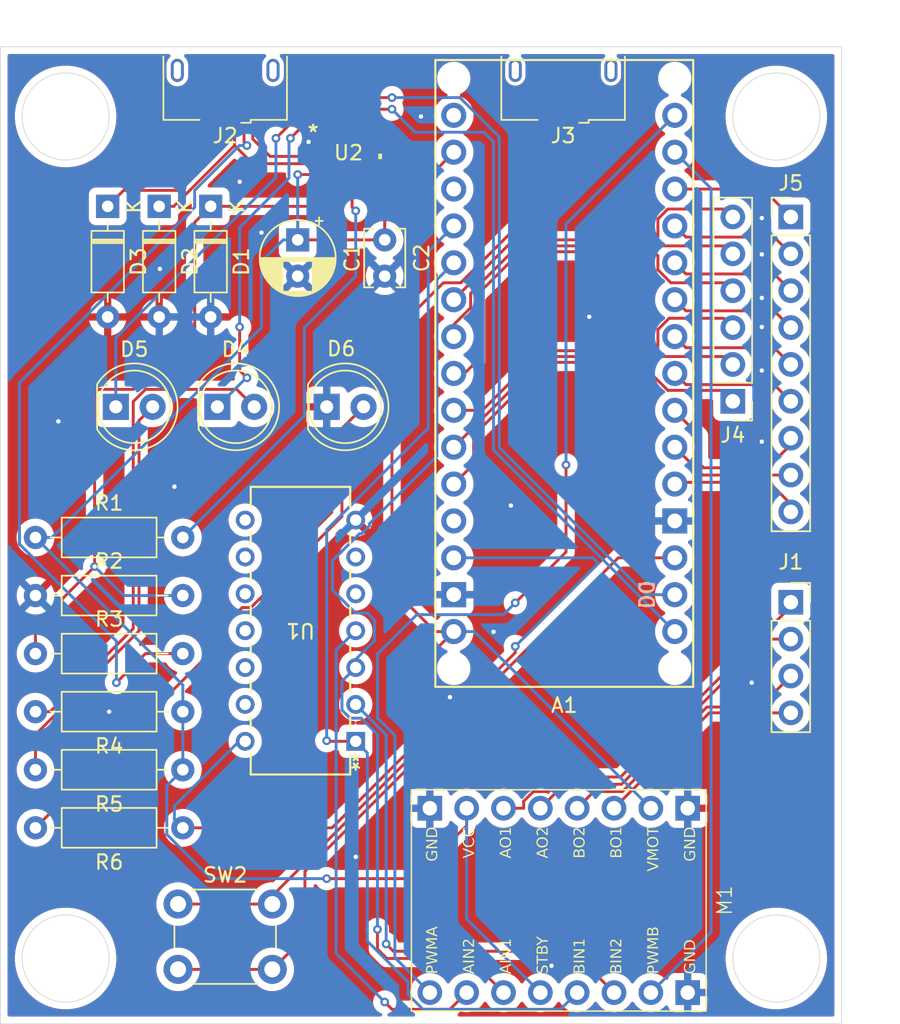
<source format=kicad_pcb>
(kicad_pcb (version 20241229) (generator "pcbnew") (generator_version "9.0")
  (layers (0 "F.Cu" signal) (2 "B.Cu" signal) (13 "F.Paste" user) (15 "B.Paste" user) (5 "F.SilkS" user "F.Silkscreen") (7 "B.SilkS" user "B.Silkscreen") (1 "F.Mask" user) (3 "B.Mask" user) (25 "Edge.Cuts" user))
  (net 0 "")
  (net 1 "Net-(J5-Pin_8)")
  (net 2 "+3.3V")
  (net 3 "Net-(J5-Pin_4)")
  (net 4 "Net-(J5-Pin_7)")
  (net 5 "Net-(J5-Pin_1)")
  (net 6 "Net-(J4-Pin_5)")
  (net 7 "Net-(J5-Pin_3)")
  (net 8 "Net-(J4-Pin_6)")
  (net 9 "Net-(J4-Pin_2)")
  (net 10 "Net-(J5-Pin_6)")
  (net 11 "RX")
  (net 12 "GND")
  (net 13 "Net-(A1-RESET-PadRST1)")
  (net 14 "Net-(A1-A5{slash}SCL)")
  (net 17 "Net-(J5-Pin_2)")
  (net 18 "TX")
  (net 19 "PWMA")
  (net 20 "Net-(A1-A4{slash}SDA)")
  (net 21 "DirA")
  (net 22 "Net-(J4-Pin_1)")
  (net 24 "PWMB")
  (net 25 "Net-(J5-Pin_9)")
  (net 26 "DirB")
  (net 27 "Net-(J5-Pin_5)")
  (net 28 "+5V")
  (net 29 "Net-(D1-K)")
  (net 30 "USB_D-")
  (net 31 "USB_D+")
  (net 32 "Net-(D4-K)")
  (net 33 "Net-(D4-A)")
  (net 34 "Net-(D5-K)")
  (net 35 "Net-(D5-A)")
  (net 36 "Net-(D6-A)")
  (net 37 "Net-(J1-Pin_1)")
  (net 38 "Net-(J1-Pin_2)")
  (net 39 "Net-(J1-Pin_4)")
  (net 40 "Net-(J1-Pin_3)")
  (net 41 "USB_VBUS")
  (net 43 "!DirA")
  (net 44 "!DirB")
  (net 45 "Net-(U2-RSTB)")
  (net 62 "Net-(A1-RESET-PadRST2)")
  (footprint "Connector_PinHeader_2.54mm:PinHeader_1x06_P2.54mm_Vertical" (layer "F.Cu") (at 235 73.62 180)
    (property "Reference" "J4")
    (property "Value" "Conn_01x06_Pin")
  )
  (footprint "Button_Switch_THT:SW_PUSH_6mm_H4.3mm" (layer "F.Cu") (at 196.75 108.25)
    (property "Reference" "SW2")
    (property "Value" "SW_Push_Open_Dual")
  )
  (footprint "MC14069UBCP:PDIP-14_ONS" (layer "F.Cu") (at 209 97.04 180)
    (property "Reference" "U1")
    (property "Value" "MC14069UBCPG")
  )
  (footprint "Connector_PinHeader_2.54mm:PinHeader_1x09_P2.54mm_Vertical" (layer "F.Cu") (at 239 60.92)
    (property "Reference" "J5")
    (property "Value" "Conn_01x09_Pin")
  )
  (footprint "Resistor_THT:R_Axial_DIN0207_L6.3mm_D2.5mm_P10.16mm_Horizontal" (layer "F.Cu") (at 186.92 83)
    (property "Reference" "R1")
    (property "Value" "1k")
  )
  (footprint "Resistor_THT:R_Axial_DIN0207_L6.3mm_D2.5mm_P10.16mm_Horizontal" (layer "F.Cu") (at 186.92 87)
    (property "Reference" "R2")
    (property "Value" "47k5")
  )
  (footprint "Capacitor_THT:C_Disc_D3.8mm_W2.6mm_P2.50mm" (layer "F.Cu") (at 211 62.5 -90)
    (property "Reference" "C2")
    (property "Value" "0.1uF")
  )
  (footprint "Diode_THT:D_DO-35_SOD27_P7.62mm_Horizontal" (layer "F.Cu") (at 191.9 60.19 -90)
    (property "Reference" "D3")
    (property "Value" "5V1 Zener")
  )
  (footprint "Pololu_MD08A_Motor_Driver:Pololu_MD08A_Motor_Driver" (layer "F.Cu") (at 223 108 90)
    (property "Reference" "M1")
    (property "Value" "~")
  )
  (footprint "Diode_THT:D_DO-35_SOD27_P7.62mm_Horizontal" (layer "F.Cu") (at 199 60.19 -90)
    (property "Reference" "D1")
    (property "Value" "5V1 Zener")
  )
  (footprint "Resistor_THT:R_Axial_DIN0207_L6.3mm_D2.5mm_P10.16mm_Horizontal" (layer "F.Cu") (at 197.08 95 180)
    (property "Reference" "R4")
    (property "Value" "220")
  )
  (footprint "Connector_USB:USB_Micro-B_Amphenol_10118193-0001LF_Horizontal" (layer "F.Cu") (at 200 50.825 180)
    (property "Reference" "J2")
    (property "Value" "10118193-0001LF")
  )
  (footprint "Diode_THT:D_DO-35_SOD27_P7.62mm_Horizontal" (layer "F.Cu") (at 195.45 60.19 -90)
    (property "Reference" "D2")
    (property "Value" "5V1 Zener")
  )
  (footprint "LED_THT:LED_D5.0mm" (layer "F.Cu") (at 192.46 74)
    (property "Reference" "D5")
    (property "Value" "LED")
  )
  (footprint "Connector_USB:USB_Micro-B_Amphenol_10118193-0001LF_Horizontal" (layer "F.Cu") (at 223.299998 50.825 180)
    (property "Reference" "J3")
    (property "Value" "10118193-0001LF")
  )
  (footprint "Capacitor_THT:CP_Radial_D5.0mm_P2.50mm" (layer "F.Cu") (at 205 62.5 -90)
    (property "Reference" "C1")
    (property "Value" "4.7uF")
  )
  (footprint "LED_THT:LED_D5.0mm" (layer "F.Cu") (at 199.46 74)
    (property "Reference" "D4")
    (property "Value" "LED")
  )
  (footprint "Resistor_THT:R_Axial_DIN0207_L6.3mm_D2.5mm_P10.16mm_Horizontal" (layer "F.Cu") (at 197.08 99 180)
    (property "Reference" "R5")
    (property "Value" "220")
  )
  (footprint "arduino-library:Arduino_Nano_Every_Socket" (layer "F.Cu") (at 223.38 50.11 180)
    (property "Reference" "A1")
    (property "Value" "Arduino_Nano_33_BLE_Socket")
  )
  (footprint "LED_THT:LED_D5.0mm" (layer "F.Cu") (at 207 74)
    (property "Reference" "D6")
    (property "Value" "LED")
  )
  (footprint "Connector_PinSocket_2.54mm:PinSocket_1x04_P2.54mm_Vertical" (layer "F.Cu") (at 239 87.46)
    (property "Reference" "J1")
    (property "Value" "Conn_01x04_Socket")
  )
  (footprint "footprints:QFN20_CP2102N_SIL" (layer "F.Cu") (at 208.5 56.5)
    (property "Reference" "U2")
    (property "Value" "CP2102N-A02-GQFN20")
  )
  (footprint "Resistor_THT:R_Axial_DIN0207_L6.3mm_D2.5mm_P10.16mm_Horizontal" (layer "F.Cu") (at 197.08 103 180)
    (property "Reference" "R6")
    (property "Value" "300")
  )
  (footprint "Resistor_THT:R_Axial_DIN0207_L6.3mm_D2.5mm_P10.16mm_Horizontal" (layer "F.Cu") (at 186.92 91)
    (property "Reference" "R3")
    (property "Value" "22k1")
  )
  (gr_circle (center 189 54) (end 189 51) (stroke (width 0.05)) (fill no) (layer "Edge.Cuts"))
  (gr_circle (center 238 112) (end 241 112) (stroke (width 0.05)) (fill no) (layer "Edge.Cuts"))
  (gr_circle (center 238 54) (end 241 54) (stroke (width 0.05)) (fill no) (layer "Edge.Cuts"))
  (gr_rect (start 184.5 49.2) (end 242.5 116.5) (stroke (width 0.05)) (fill no) (layer "Edge.Cuts"))
  (gr_circle (center 189 112) (end 192 112) (stroke (width 0.05)) (fill no) (layer "Edge.Cuts"))
  (segment (start 232.92 78.7) (end 231 76.78) (width 0.2) (layer "F.Cu") (net 1))
  (segment (start 239 78.7) (end 232.92 78.7) (width 0.2) (layer "F.Cu") (net 1))
  (segment (start 207.602872 57.750061) (end 207.749811 57.897) (width 0.2) (layer "F.Cu") (net 2))
  (segment (start 211 62.5) (end 205 62.5) (width 0.2) (layer "F.Cu") (net 2))
  (segment (start 206 58) (end 206.249939 57.750061) (width 0.2) (layer "F.Cu") (net 2))
  (segment (start 216.65 102.85) (end 216.65 101.65) (width 0.2) (layer "F.Cu") (net 2))
  (segment (start 211 61.22) (end 211 62.5) (width 0.2) (layer "F.Cu") (net 2))
  (segment (start 206.249939 57.750061) (end 207.25 57.750061) (width 0.2) (layer "F.Cu") (net 2))
  (segment (start 207.25 57.750061) (end 207.602872 57.750061) (width 0.2) (layer "F.Cu") (net 2))
  (segment (start 207 106.5) (end 213 106.5) (width 0.2) (layer "F.Cu") (net 2))
  (segment (start 213 106.5) (end 216.65 102.85) (width 0.2) (layer "F.Cu") (net 2))
  (segment (start 205 58) (end 206 58) (width 0.2) (layer "F.Cu") (net 2))
  (segment (start 215.76 56.46) (end 211 61.22) (width 0.2) (layer "F.Cu") (net 2))
  (via (at 207 106.5) (size 0.6) (drill 0.3) (layers "F.Cu" "B.Cu") (net 2))
  (via (at 205 58) (size 0.6) (drill 0.3) (layers "F.Cu" "B.Cu") (net 2))
  (segment (start 204 62.5) (end 205 62.5) (width 0.2) (layer "B.Cu") (net 2))
  (segment (start 188.05137 83) (end 202.5 68.55137) (width 0.2) (layer "B.Cu") (net 2))
  (segment (start 205 62.5) (end 205 58) (width 0.2) (layer "B.Cu") (net 2))
  (segment (start 197.08 93.16) (end 186.92 83) (width 0.2) (layer "B.Cu") (net 2))
  (segment (start 216.65 109.27) (end 216.65 101.65) (width 0.2) (layer "B.Cu") (net 2))
  (segment (start 202.5 68.55137) (end 202.5 64) (width 0.2) (layer "B.Cu") (net 2))
  (segment (start 197.08 99) (end 195.979 100.101) (width 0.2) (layer "B.Cu") (net 2))
  (segment (start 197.08 95) (end 197.08 93.16) (width 0.2) (layer "B.Cu") (net 2))
  (segment (start 197.08 99) (end 197.08 95) (width 0.2) (layer "B.Cu") (net 2))
  (segment (start 221.73 114.35) (end 216.65 109.27) (width 0.2) (layer "B.Cu") (net 2))
  (segment (start 202.5 64) (end 204 62.5) (width 0.2) (layer "B.Cu") (net 2))
  (segment (start 195.979 100.101) (end 195.979 103.45605) (width 0.2) (layer "B.Cu") (net 2))
  (segment (start 199.02295 106.5) (end 207 106.5) (width 0.2) (layer "B.Cu") (net 2))
  (segment (start 195.979 103.45605) (end 199.02295 106.5) (width 0.2) (layer "B.Cu") (net 2))
  (segment (start 186.92 83) (end 188.05137 83) (width 0.2) (layer "B.Cu") (net 2))
  (segment (start 239 68.54) (end 237.849 67.389) (width 0.2) (layer "F.Cu") (net 3))
  (segment (start 237.849 67.389) (end 231.769 67.389) (width 0.2) (layer "F.Cu") (net 3))
  (segment (start 231.769 67.389) (end 231 66.62) (width 0.2) (layer "F.Cu") (net 3))
  (segment (start 232.7 77.9129) (end 232.7 76) (width 0.2) (layer "F.Cu") (net 4))
  (segment (start 232.7 76) (end 231 74.3) (width 0.2) (layer "F.Cu") (net 4))
  (segment (start 237.4 78.2) (end 232.9871 78.2) (width 0.2) (layer "F.Cu") (net 4))
  (segment (start 239 76.6) (end 237.4 78.2) (width 0.2) (layer "F.Cu") (net 4))
  (segment (start 231 74.3) (end 231 74.24) (width 0.2) (layer "F.Cu") (net 4))
  (segment (start 232.9871 78.2) (end 232.7 77.9129) (width 0.2) (layer "F.Cu") (net 4))
  (segment (start 239 76.16) (end 239 76.6) (width 0.2) (layer "F.Cu") (net 4))
  (segment (start 239 60.92) (end 237.08 59) (width 0.2) (layer "F.Cu") (net 5))
  (segment (start 237.08 59) (end 231 59) (width 0.2) (layer "F.Cu") (net 5))
  (segment (start 220.1846 62.9154) (end 216.9246 66.1754) (width 0.2) (layer "F.Cu") (net 6))
  (segment (start 235 63.46) (end 234.4554 62.9154) (width 0.2) (layer "F.Cu") (net 6))
  (segment (start 216.9246 67.1754) (end 215.76 68.34) (width 0.2) (layer "F.Cu") (net 6))
  (segment (start 216.9246 66.1754) (end 216.9246 67.1754) (width 0.2) (layer "F.Cu") (net 6))
  (segment (start 234.4554 62.9154) (end 220.1846 62.9154) (width 0.2) (layer "F.Cu") (net 6))
  (segment (start 215.76 68.34) (end 215.76 69.16) (width 0.2) (layer "F.Cu") (net 6))
  (segment (start 239 66) (end 237.849 64.849) (width 0.2) (layer "F.Cu") (net 7))
  (segment (start 237.849 64.849) (end 231.769 64.849) (width 0.2) (layer "F.Cu") (net 7))
  (segment (start 231.769 64.849) (end 231 64.08) (width 0.2) (layer "F.Cu") (net 7))
  (segment (start 235 60.92) (end 234.4554 60.3754) (width 0.2) (layer "F.Cu") (net 8))
  (segment (start 219.88 62.5) (end 215.76 66.62) (width 0.2) (layer "F.Cu") (net 8))
  (segment (start 234.4554 60.3754) (end 230.517606 60.3754) (width 0.2) (layer "F.Cu") (net 8))
  (segment (start 230.517606 60.3754) (end 229.8354 61.057606) (width 0.2) (layer "F.Cu") (net 8))
  (segment (start 229.8354 61.057606) (end 229.8354 62.5) (width 0.2) (layer "F.Cu") (net 8))
  (segment (start 229.8354 62.5) (end 219.88 62.5) (width 0.2) (layer "F.Cu") (net 8))
  (segment (start 235 71.08) (end 234.4554 70.5354) (width 0.2) (layer "F.Cu") (net 9))
  (segment (start 234.4554 70.5354) (end 222.0046 70.5354) (width 0.2) (layer "F.Cu") (net 9))
  (segment (start 222.0046 70.5354) (end 215.76 76.78) (width 0.2) (layer "F.Cu") (net 9))
  (segment (start 231.769 72.469) (end 231 71.7) (width 0.2) (layer "F.Cu") (net 10))
  (segment (start 239 73.62) (end 237.849 72.469) (width 0.2) (layer "F.Cu") (net 10))
  (segment (start 237.849 72.469) (end 231.769 72.469) (width 0.2) (layer "F.Cu") (net 10))
  (segment (start 211.5 52.699997) (end 210.517792 52.699997) (width 0.2) (layer "F.Cu") (net 11))
  (segment (start 208.750063 54.467726) (end 208.750063 55.103) (width 0.2) (layer "F.Cu") (net 11))
  (segment (start 210.517792 52.699997) (end 208.750063 54.467726) (width 0.2) (layer "F.Cu") (net 11))
  (via (at 211.5 52.699997) (size 0.6) (drill 0.3) (layers "F.Cu" "B.Cu") (net 11))
  (segment (start 229.0271 86.94) (end 218.901 76.8139) (width 0.2) (layer "B.Cu") (net 11))
  (segment (start 218.901 76.8139) (end 218.901 55.414006) (width 0.2) (layer "B.Cu") (net 11))
  (segment (start 231 86.94) (end 229.0271 86.94) (width 0.2) (layer "B.Cu") (net 11))
  (segment (start 218.901 55.414006) (end 216.186991 52.699997) (width 0.2) (layer "B.Cu") (net 11))
  (segment (start 216.186991 52.699997) (end 211.5 52.699997) (width 0.2) (layer "B.Cu") (net 11))
  (segment (start 209.1896 57.1896) (end 208.5 56.5) (width 0.2) (layer "F.Cu") (net 12))
  (segment (start 206.249937 56.249937) (end 207.103 56.249937) (width 0.2) (layer "F.Cu") (net 12))
  (segment (start 209.836411 57.1896) (end 209.1896 57.1896) (width 0.2) (layer "F.Cu") (net 12))
  (segment (start 208.249937 56.249937) (end 207.103 56.249937) (width 0.2) (layer "F.Cu") (net 12))
  (segment (start 205.75 55.75) (end 206.249937 56.249937) (width 0.2) (layer "F.Cu") (net 12))
  (segment (start 208.5 56.5) (end 208.249937 56.249937) (width 0.2) (layer "F.Cu") (net 12))
  (segment (start 209.897 57.250189) (end 209.836411 57.1896) (width 0.2) (layer "F.Cu") (net 12))
  (via (at 225.1 67.8) (size 0.6) (drill 0.3) (layers "F.Cu" "B.Cu") (net 12))
  (via (at 236.3 93) (size 0.6) (drill 0.3) (layers "F.Cu" "B.Cu") (net 12))
  (via (at 213.5 54) (size 0.6) (drill 0.3) (layers "F.Cu" "B.Cu") (net 12))
  (via (at 188.5 75) (size 0.6) (drill 0.3) (layers "F.Cu" "B.Cu") (net 12))
  (via (at 205.75 55.75) (size 0.6) (drill 0.3) (layers "F.Cu" "B.Cu") (net 12))
  (via (at 196.5 79.5) (size 0.6) (drill 0.3) (layers "F.Cu" "B.Cu") (net 12))
  (via (at 219.7 80.8) (size 0.6) (drill 0.3) (layers "F.Cu" "B.Cu") (net 12))
  (via (at 237 61) (size 0.6) (drill 0.3) (layers "F.Cu" "B.Cu") (net 12))
  (via (at 237 66.5) (size 0.6) (drill 0.3) (layers "F.Cu" "B.Cu") (net 12))
  (via (at 202.5 62) (size 0.6) (drill 0.3) (layers "F.Cu" "B.Cu") (net 12))
  (via (at 192 95) (size 0.6) (drill 0.3) (layers "F.Cu" "B.Cu") (net 12))
  (via (at 195.5 64.5) (size 0.6) (drill 0.3) (layers "F.Cu" "B.Cu") (net 12))
  (via (at 237 71.5) (size 0.6) (drill 0.3) (layers "F.Cu" "B.Cu") (net 12))
  (via (at 222.5 112.5) (size 0.6) (drill 0.3) (layers "F.Cu" "B.Cu") (net 12))
  (via (at 237 68.5) (size 0.6) (drill 0.3) (layers "F.Cu" "B.Cu") (net 12))
  (via (at 215.5 94) (size 0.6) (drill 0.3) (layers "F.Cu" "B.Cu") (net 12))
  (via (at 237 63.5) (size 0.6) (drill 0.3) (layers "F.Cu" "B.Cu") (net 12))
  (via (at 237 76.4) (size 0.6) (drill 0.3) (layers "F.Cu" "B.Cu") (net 12))
  (via (at 218.5 89.5) (size 0.6) (drill 0.3) (layers "F.Cu" "B.Cu") (net 12))
  (via (at 209 105) (size 0.6) (drill 0.3) (layers "F.Cu" "B.Cu") (net 12))
  (via (at 201 58.5) (size 0.6) (drill 0.3) (layers "F.Cu" "B.Cu") (net 12))
  (segment (start 227.1 84.4) (end 205.5 106) (width 0.2) (layer "F.Cu") (net 13))
  (segment (start 231 84.4) (end 227.1 84.4) (width 0.2) (layer "F.Cu") (net 13))
  (segment (start 205.5 106) (end 205.5 110.5) (width 0.2) (layer "F.Cu") (net 13))
  (segment (start 205.5 110.5) (end 203.25 112.75) (width 0.2) (layer "F.Cu") (net 13))
  (segment (start 203.25 112.75) (end 196.75 112.75) (width 0.2) (layer "F.Cu") (net 13))
  (segment (start 234.36 67.9) (end 230.613006 67.9) (width 0.2) (layer "F.Cu") (net 14))
  (segment (start 221.8385 70.1344) (end 217.7329 74.24) (width 0.2) (layer "F.Cu") (net 14))
  (segment (start 235 68.54) (end 234.36 67.9) (width 0.2) (layer "F.Cu") (net 14))
  (segment (start 229.8354 70.1344) (end 221.8385 70.1344) (width 0.2) (layer "F.Cu") (net 14))
  (segment (start 230.613006 67.9) (end 229.8354 68.677606) (width 0.2) (layer "F.Cu") (net 14))
  (segment (start 229.8354 68.677606) (end 229.8354 70.1344) (width 0.2) (layer "F.Cu") (net 14))
  (segment (start 217.7329 74.24) (end 215.76 74.24) (width 0.2) (layer "F.Cu") (net 14))
  (segment (start 237.849 62.309) (end 231.769 62.309) (width 0.2) (layer "F.Cu") (net 17))
  (segment (start 231.769 62.309) (end 231 61.54) (width 0.2) (layer "F.Cu") (net 17))
  (segment (start 239 63.46) (end 237.849 62.309) (width 0.2) (layer "F.Cu") (net 17))
  (segment (start 210.542339 53.5) (end 209.250189 54.79215) (width 0.2) (layer "F.Cu") (net 18))
  (segment (start 209.250189 54.79215) (end 209.250189 55.103) (width 0.2) (layer "F.Cu") (net 18))
  (segment (start 211.5 53.5) (end 210.542339 53.5) (width 0.2) (layer "F.Cu") (net 18))
  (via (at 211.5 53.5) (size 0.6) (drill 0.3) (layers "F.Cu" "B.Cu") (net 18))
  (segment (start 231 89.48) (end 218.5 76.98) (width 0.2) (layer "B.Cu") (net 18))
  (segment (start 218.5 76.98) (end 218.5 55.75) (width 0.2) (layer "B.Cu") (net 18))
  (segment (start 218.5 55.75) (end 217.8346 55.0846) (width 0.2) (layer "B.Cu") (net 18))
  (segment (start 213.0846 55.0846) (end 211.5 53.5) (width 0.2) (layer "B.Cu") (net 18))
  (segment (start 217.8346 55.0846) (end 213.0846 55.0846) (width 0.2) (layer "B.Cu") (net 18))
  (segment (start 223.5 84) (end 220 87.5) (width 0.2) (layer "F.Cu") (net 19))
  (segment (start 223.5 78) (end 223.5 84) (width 0.2) (layer "F.Cu") (net 19))
  (via (at 220 87.5) (size 0.6) (drill 0.3) (layers "F.Cu" "B.Cu") (net 19))
  (via (at 223.5 78) (size 0.6) (drill 0.3) (layers "F.Cu" "B.Cu") (net 19))
  (segment (start 211.701 96.6339) (end 211.701 111.941) (width 0.2) (layer "B.Cu") (net 19))
  (segment (start 213.2117 88.3154) (end 210.5 91.0271) (width 0.2) (layer "B.Cu") (net 19))
  (segment (start 223.5 61.42) (end 223.5 78) (width 0.2) (layer "B.Cu") (net 19))
  (segment (start 219.1846 88.3154) (end 213.2117 88.3154) (width 0.2) (layer "B.Cu") (net 19))
  (segment (start 210.5 95.4329) (end 211.701 96.6339) (width 0.2) (layer "B.Cu") (net 19))
  (segment (start 220 87.5) (end 219.1846 88.3154) (width 0.2) (layer "B.Cu") (net 19))
  (segment (start 211.701 111.941) (end 214.11 114.35) (width 0.2) (layer "B.Cu") (net 19))
  (segment (start 210.5 91.0271) (end 210.5 95.4329) (width 0.2) (layer "B.Cu") (net 19))
  (segment (start 231 53.92) (end 223.5 61.42) (width 0.2) (layer "B.Cu") (net 19))
  (segment (start 217.3256 70.8744) (end 216.5 71.7) (width 0.2) (layer "F.Cu") (net 20))
  (segment (start 230.728406 65.4554) (end 229.8354 64.562394) (width 0.2) (layer "F.Cu") (net 20))
  (segment (start 235 66) (end 234.4554 65.4554) (width 0.2) (layer "F.Cu") (net 20))
  (segment (start 217.3256 66.3415) (end 217.3256 70.8744) (width 0.2) (layer "F.Cu") (net 20))
  (segment (start 229.8354 64.562394) (end 229.8354 63.597606) (width 0.2) (layer "F.Cu") (net 20))
  (segment (start 216.5 71.7) (end 215.76 71.7) (width 0.2) (layer "F.Cu") (net 20))
  (segment (start 229.554194 63.3164) (end 220.3507 63.3164) (width 0.2) (layer "F.Cu") (net 20))
  (segment (start 220.3507 63.3164) (end 217.3256 66.3415) (width 0.2) (layer "F.Cu") (net 20))
  (segment (start 229.8354 63.597606) (end 229.554194 63.3164) (width 0.2) (layer "F.Cu") (net 20))
  (segment (start 234.4554 65.4554) (end 230.728406 65.4554) (width 0.2) (layer "F.Cu") (net 20))
  (segment (start 216.84 112) (end 219.19 114.35) (width 0.2) (layer "F.Cu") (net 21))
  (segment (start 210.5 110) (end 210.5 111.349943) (width 0.2) (layer "F.Cu") (net 21))
  (segment (start 210.5 111.349943) (end 211.150057 112) (width 0.2) (layer "F.Cu") (net 21))
  (segment (start 211.150057 112) (end 216.84 112) (width 0.2) (layer "F.Cu") (net 21))
  (via (at 210.5 110) (size 0.6) (drill 0.3) (layers "F.Cu" "B.Cu") (net 21))
  (segment (start 208.607035 83.3913) (end 208.0513 83.947035) (width 0.2) (layer "B.Cu") (net 21))
  (segment (start 214.5954 65.2446) (end 214.5954 77.4046) (width 0.2) (layer "B.Cu") (net 21))
  (segment (start 215.76 64.08) (end 214.5954 65.2446) (width 0.2) (layer "B.Cu") (net 21))
  (segment (start 208.0513 92.9087) (end 208.0513 94.892965) (width 0.2) (layer "B.Cu") (net 21))
  (segment (start 208.0513 94.892965) (end 208.607035 95.4487) (width 0.2) (layer "B.Cu") (net 21))
  (segment (start 208.978335 88.2) (end 209.8 88.2) (width 0.2) (layer "B.Cu") (net 21))
  (segment (start 209.392965 82.7487) (end 209.2513 82.7487) (width 0.2) (layer "B.Cu") (net 21))
  (segment (start 207.401 84.599) (end 207.401 86.622665) (width 0.2) (layer "B.Cu") (net 21))
  (segment (start 210.3 88.7) (end 210.3 90.1) (width 0.2) (layer "B.Cu") (net 21))
  (segment (start 207.401 86.622665) (end 208.978335 88.2) (width 0.2) (layer "B.Cu") (net 21))
  (segment (start 209.2513 82.7487) (end 208.6087 83.3913) (width 0.2) (layer "B.Cu") (net 21))
  (segment (start 209 91.96) (end 208.0513 92.9087) (width 0.2) (layer "B.Cu") (net 21))
  (segment (start 209 91.4) (end 209 91.96) (width 0.2) (layer "B.Cu") (net 21))
  (segment (start 208.0513 83.9487) (end 207.401 84.599) (width 0.2) (layer "B.Cu") (net 21))
  (segment (start 210.5 96.5671) (end 210.5 110) (width 0.2) (layer "B.Cu") (net 21))
  (segment (start 208.0513 83.947035) (end 208.0513 83.9487) (width 0.2) (layer "B.Cu") (net 21))
  (segment (start 210.3 90.1) (end 209 91.4) (width 0.2) (layer "B.Cu") (net 21))
  (segment (start 209.9487 82.192965) (end 209.392965 82.7487) (width 0.2) (layer "B.Cu") (net 21))
  (segment (start 209.9487 82.0513) (end 209.9487 82.192965) (width 0.2) (layer "B.Cu") (net 21))
  (segment (start 214.5954 77.4046) (end 209.9487 82.0513) (width 0.2) (layer "B.Cu") (net 21))
  (segment (start 209.3816 95.4487) (end 210.5 96.5671) (width 0.2) (layer "B.Cu") (net 21))
  (segment (start 208.6087 83.3913) (end 208.607035 83.3913) (width 0.2) (layer "B.Cu") (net 21))
  (segment (start 208.607035 95.4487) (end 209.3816 95.4487) (width 0.2) (layer "B.Cu") (net 21))
  (segment (start 209.8 88.2) (end 210.3 88.7) (width 0.2) (layer "B.Cu") (net 21))
  (segment (start 234.25 72.87) (end 231.487794 72.87) (width 0.2) (layer "F.Cu") (net 22))
  (segment (start 217.1354 75.9717) (end 217.1354 77.9446) (width 0.2) (layer "F.Cu") (net 22))
  (segment (start 222.1707 70.9364) (end 217.1354 75.9717) (width 0.2) (layer "F.Cu") (net 22))
  (segment (start 230.517606 72.8646) (end 228.589406 70.9364) (width 0.2) (layer "F.Cu") (net 22))
  (segment (start 231.487794 72.87) (end 231.482394 72.8646) (width 0.2) (layer "F.Cu") (net 22))
  (segment (start 228.589406 70.9364) (end 222.1707 70.9364) (width 0.2) (layer "F.Cu") (net 22))
  (segment (start 231.482394 72.8646) (end 230.517606 72.8646) (width 0.2) (layer "F.Cu") (net 22))
  (segment (start 235 73.62) (end 234.25 72.87) (width 0.2) (layer "F.Cu") (net 22))
  (segment (start 217.1354 77.9446) (end 215.76 79.32) (width 0.2) (layer "F.Cu") (net 22))
  (segment (start 233.5 110.2) (end 229.35 114.35) (width 0.2) (layer "B.Cu") (net 24))
  (segment (start 233.5 58.96) (end 233.5 110.2) (width 0.2) (layer "B.Cu") (net 24))
  (segment (start 231 56.46) (end 233.5 58.96) (width 0.2) (layer "B.Cu") (net 24))
  (segment (start 239 81.24) (end 239 80.7) (width 0.2) (layer "F.Cu") (net 25))
  (segment (start 237.5 79.2) (end 231.12 79.2) (width 0.2) (layer "F.Cu") (net 25))
  (segment (start 239 80.7) (end 237.5 79.2) (width 0.2) (layer "F.Cu") (net 25))
  (segment (start 231.12 79.2) (end 231 79.32) (width 0.2) (layer "F.Cu") (net 25))
  (segment (start 207.04 97.04) (end 209 97.04) (width 0.2) (layer "F.Cu") (net 26))
  (segment (start 207 97) (end 207.04 97.04) (width 0.2) (layer "F.Cu") (net 26))
  (via (at 207 97) (size 0.6) (drill 0.3) (layers "F.Cu" "B.Cu") (net 26))
  (segment (start 223.119 115.501) (end 224.27 114.35) (width 0.2) (layer "B.Cu") (net 26))
  (segment (start 213.63324 115.501) (end 223.119 115.501) (width 0.2) (layer "B.Cu") (net 26))
  (segment (start 214 63.3) (end 214 75.458335) (width 0.2) (layer "B.Cu") (net 26))
  (segment (start 215.76 61.54) (end 214 63.3) (width 0.2) (layer "B.Cu") (net 26))
  (segment (start 212.6 114.46776) (end 213.63324 115.501) (width 0.2) (layer "B.Cu") (net 26))
  (segment (start 207 82.458335) (end 207 97) (width 0.2) (layer "B.Cu") (net 26))
  (segment (start 209 97.04) (end 209.8 97.84) (width 0.2) (layer "B.Cu") (net 26))
  (segment (start 214 75.458335) (end 207 82.458335) (width 0.2) (layer "B.Cu") (net 26))
  (segment (start 212.6 113.6) (end 212.6 114.46776) (width 0.2) (layer "B.Cu") (net 26))
  (segment (start 209.8 97.84) (end 209.8 110.8) (width 0.2) (layer "B.Cu") (net 26))
  (segment (start 209.8 110.8) (end 212.6 113.6) (width 0.2) (layer "B.Cu") (net 26))
  (segment (start 239 71.08) (end 237.849 69.929) (width 0.2) (layer "F.Cu") (net 27))
  (segment (start 237.849 69.929) (end 231.769 69.929) (width 0.2) (layer "F.Cu") (net 27))
  (segment (start 231.769 69.929) (end 231 69.16) (width 0.2) (layer "F.Cu") (net 27))
  (segment (start 224.599998 57.097796) (end 216.242394 65.4554) (width 0.2) (layer "F.Cu") (net 28))
  (segment (start 211.5 69) (end 211.5 86.5) (width 0.2) (layer "F.Cu") (net 28))
  (segment (start 207.3658 103) (end 197.08 103) (width 0.2) (layer "F.Cu") (net 28))
  (segment (start 211.5 86.5) (end 214.48 89.48) (width 0.2) (layer "F.Cu") (net 28))
  (segment (start 215.76 89.48) (end 214.5 90.74) (width 0.2) (layer "F.Cu") (net 28))
  (segment (start 215.0446 65.4554) (end 211.5 69) (width 0.2) (layer "F.Cu") (net 28))
  (segment (start 214.48 89.48) (end 215.76 89.48) (width 0.2) (layer "F.Cu") (net 28))
  (segment (start 214.5 95.8658) (end 207.3658 103) (width 0.2) (layer "F.Cu") (net 28))
  (segment (start 216.242394 65.4554) (end 215.0446 65.4554) (width 0.2) (layer "F.Cu") (net 28))
  (segment (start 224.599998 57.097796) (end 224.599998 53.5) (width 0.2) (layer "F.Cu") (net 28))
  (segment (start 214.5 90.74) (end 214.5 95.8658) (width 0.2) (layer "F.Cu") (net 28))
  (segment (start 197.08 103) (end 196.5 102.42) (width 0.2) (layer "B.Cu") (net 28))
  (segment (start 200.96 97.04) (end 201.38 97.04) (width 0.2) (layer "B.Cu") (net 28))
  (segment (start 196.5 101.5) (end 200.96 97.04) (width 0.2) (layer "B.Cu") (net 28))
  (segment (start 217.18 89.48) (end 229.35 101.65) (width 0.2) (layer "B.Cu") (net 28))
  (segment (start 215.76 89.48) (end 217.18 89.48) (width 0.2) (layer "B.Cu") (net 28))
  (segment (start 196.5 102.42) (end 196.5 101.5) (width 0.2) (layer "B.Cu") (net 28))
  (segment (start 186.92 89.08) (end 186.92 91) (width 0.2) (layer "F.Cu") (net 29))
  (segment (start 197.899 68.561) (end 193.661 72.799) (width 0.2) (layer "F.Cu") (net 29))
  (segment (start 197.899 61.291) (end 197.899 68.561) (width 0.2) (layer "F.Cu") (net 29))
  (segment (start 199 60.19) (end 197.899 61.291) (width 0.2) (layer "F.Cu") (net 29))
  (segment (start 193.661 72.799) (end 191.259 72.799) (width 0.2) (layer "F.Cu") (net 29))
  (segment (start 208.249937 58.532274) (end 208.249937 57.897) (width 0.2) (layer "F.Cu") (net 29))
  (segment (start 199 60.19) (end 206.592211 60.19) (width 0.2) (layer "F.Cu") (net 29))
  (segment (start 191.259 72.799) (end 191 73.058) (width 0.2) (layer "F.Cu") (net 29))
  (segment (start 191 85) (end 186.92 89.08) (width 0.2) (layer "F.Cu") (net 29))
  (segment (start 191 73.058) (end 191 85) (width 0.2) (layer "F.Cu") (net 29))
  (segment (start 206.592211 60.19) (end 208.249937 58.532274) (width 0.2) (layer "F.Cu") (net 29))
  (via (at 191 85) (size 0.6) (drill 0.3) (layers "F.Cu" "B.Cu") (net 29))
  (segment (start 197.08 87) (end 193 87) (width 0.2) (layer "B.Cu") (net 29))
  (segment (start 193 87) (end 191 85) (width 0.2) (layer "B.Cu") (net 29))
  (segment (start 201.900246 57.250189) (end 207.103 57.250189) (width 0.2) (layer "F.Cu") (net 30))
  (segment (start 200.65 53.5) (end 200.65 55.999943) (width 0.2) (layer "F.Cu") (net 30))
  (segment (start 196.459943 60.19) (end 195.45 60.19) (width 0.2) (layer "F.Cu") (net 30))
  (segment (start 200.65 55.999943) (end 196.459943 60.19) (width 0.2) (layer "F.Cu") (net 30))
  (segment (start 200.65 55.999943) (end 201.900246 57.250189) (width 0.2) (layer "F.Cu") (net 30))
  (segment (start 201.901 52.714708) (end 201.901 55.551057) (width 0.2) (layer "F.Cu") (net 31))
  (segment (start 200.339708 52.424) (end 201.610292 52.424) (width 0.2) (layer "F.Cu") (net 31))
  (segment (start 200 53.5) (end 200 52.763708) (width 0.2) (layer "F.Cu") (net 31))
  (segment (start 201.610292 52.424) (end 201.901 52.714708) (width 0.2) (layer "F.Cu") (net 31))
  (segment (start 193.001 59.089) (end 191.9 60.19) (width 0.2) (layer "F.Cu") (net 31))
  (segment (start 201.901 55.551057) (end 203.100006 56.750063) (width 0.2) (layer "F.Cu") (net 31))
  (segment (start 196.911 59.089) (end 193.001 59.089) (width 0.2) (layer "F.Cu") (net 31))
  (segment (start 200 56) (end 196.911 59.089) (width 0.2) (layer "F.Cu") (net 31))
  (segment (start 203.100006 56.750063) (end 207.103 56.750063) (width 0.2) (layer "F.Cu") (net 31))
  (segment (start 200 52.763708) (end 200.339708 52.424) (width 0.2) (layer "F.Cu") (net 31))
  (segment (start 200 53.5) (end 200 56) (width 0.2) (layer "F.Cu") (net 31))
  (segment (start 201 71.5) (end 201.5 72) (width 0.2) (layer "F.Cu") (net 32))
  (segment (start 207.749811 55.103) (end 207.749811 54.79215) (width 0.2) (layer "F.Cu") (net 32))
  (segment (start 206 54) (end 204.5 55.5) (width 0.2) (layer "F.Cu") (net 32))
  (segment (start 206.957661 54) (end 206 54) (width 0.2) (layer "F.Cu") (net 32))
  (segment (start 201 68.5) (end 201 71.5) (width 0.2) (layer "F.Cu") (net 32))
  (segment (start 207.749811 54.79215) (end 206.957661 54) (width 0.2) (layer "F.Cu") (net 32))
  (via (at 204.5 55.5) (size 0.6) (drill 0.3) (layers "F.Cu" "B.Cu") (net 32))
  (via (at 201 68.5) (size 0.6) (drill 0.3) (layers "F.Cu" "B.Cu") (net 32))
  (via (at 201.5 72) (size 0.6) (drill 0.3) (layers "F.Cu" "B.Cu") (net 32))
  (segment (start 204.399 55.601) (end 204.399 58.248943) (width 0.2) (layer "B.Cu") (net 32))
  (segment (start 201.5 72) (end 201.46 72) (width 0.2) (layer "B.Cu") (net 32))
  (segment (start 204.5 55.5) (end 204.399 55.601) (width 0.2) (layer "B.Cu") (net 32))
  (segment (start 204.399 58.248943) (end 201 61.647943) (width 0.2) (layer "B.Cu") (net 32))
  (segment (start 201.46 72) (end 199.46 74) (width 0.2) (layer "B.Cu") (net 32))
  (segment (start 201 61.647943) (end 201 68.5) (width 0.2) (layer "B.Cu") (net 32))
  (segment (start 193.661 73.640529) (end 194.502529 72.799) (width 0.2) (layer "F.Cu") (net 33))
  (segment (start 187.9329 95) (end 193.661 89.2719) (width 0.2) (layer "F.Cu") (net 33))
  (segment (start 200.799 72.799) (end 202 74) (width 0.2) (layer "F.Cu") (net 33))
  (segment (start 186.92 95) (end 187.9329 95) (width 0.2) (layer "F.Cu") (net 33))
  (segment (start 194.502529 72.799) (end 200.799 72.799) (width 0.2) (layer "F.Cu") (net 33))
  (segment (start 193.661 89.2719) (end 193.661 73.640529) (width 0.2) (layer "F.Cu") (net 33))
  (segment (start 208 53) (end 206 53) (width 0.2) (layer "F.Cu") (net 34))
  (segment (start 208.249937 55.103) (end 208.249937 53.249937) (width 0.2) (layer "F.Cu") (net 34))
  (segment (start 206 53) (end 203.5 55.5) (width 0.2) (layer "F.Cu") (net 34))
  (segment (start 208.249937 53.249937) (end 208 53) (width 0.2) (layer "F.Cu") (net 34))
  (via (at 203.5 55.5) (size 0.6) (drill 0.3) (layers "F.Cu" "B.Cu") (net 34))
  (segment (start 203.5 55.5) (end 203.5 58.20295) (width 0.2) (layer "B.Cu") (net 34))
  (segment (start 203.5 58.20295) (end 192.46 69.24295) (width 0.2) (layer "B.Cu") (net 34))
  (segment (start 192.46 69.24295) (end 192.46 74) (width 0.2) (layer "B.Cu") (net 34))
  (segment (start 186.92 96.58) (end 194.062 89.438) (width 0.2) (layer "F.Cu") (net 35))
  (segment (start 194.062 89.438) (end 194.062 74.938) (width 0.2) (layer "F.Cu") (net 35))
  (segment (start 194.062 74.938) (end 195 74) (width 0.2) (layer "F.Cu") (net 35))
  (segment (start 186.92 99) (end 186.92 96.58) (width 0.2) (layer "F.Cu") (net 35))
  (segment (start 201.772965 87.8287) (end 208.0513 81.550365) (width 0.2) (layer "F.Cu") (net 36))
  (segment (start 201.1713 87.8287) (end 201.772965 87.8287) (width 0.2) (layer "F.Cu") (net 36))
  (segment (start 186.92 103) (end 198.9087 91.0113) (width 0.2) (layer "F.Cu") (net 36))
  (segment (start 198.9087 91.0113) (end 198.9087 90.0913) (width 0.2) (layer "F.Cu") (net 36))
  (segment (start 208.0513 81.550365) (end 208.0513 75.4887) (width 0.2) (layer "F.Cu") (net 36))
  (segment (start 208.0513 75.4887) (end 209.54 74) (width 0.2) (layer "F.Cu") (net 36))
  (segment (start 198.9087 90.0913) (end 201.1713 87.8287) (width 0.2) (layer "F.Cu") (net 36))
  (segment (start 222.20676 100.499) (end 221.25324 100.499) (width 0.2) (layer "F.Cu") (net 37))
  (segment (start 220.579 101.65) (end 219.19 101.65) (width 0.2) (layer "F.Cu") (net 37))
  (segment (start 220.579 101.17324) (end 220.579 101.65) (width 0.2) (layer "F.Cu") (net 37))
  (segment (start 239 87.46) (end 239 87.7587) (width 0.2) (layer "F.Cu") (net 37))
  (segment (start 227.2587 99.5) (end 223.3129 99.5) (width 0.2) (layer "F.Cu") (net 37))
  (segment (start 222.26033 100.55257) (end 222.20676 100.499) (width 0.2) (layer "F.Cu") (net 37))
  (segment (start 221.25324 100.499) (end 220.579 101.17324) (width 0.2) (layer "F.Cu") (net 37))
  (segment (start 239 87.7587) (end 227.2587 99.5) (width 0.2) (layer "F.Cu") (net 37))
  (segment (start 223.3129 99.5) (end 222.26033 100.55257) (width 0.2) (layer "F.Cu") (net 37))
  (segment (start 223.38 100) (end 221.73 101.65) (width 0.2) (layer "F.Cu") (net 38))
  (segment (start 239 90) (end 237.3258 90) (width 0.2) (layer "F.Cu") (net 38))
  (segment (start 227.3258 100) (end 223.38 100) (width 0.2) (layer "F.Cu") (net 38))
  (segment (start 237.3258 90) (end 227.3258 100) (width 0.2) (layer "F.Cu") (net 38))
  (segment (start 233.38 95.08) (end 226.81 101.65) (width 0.2) (layer "F.Cu") (net 39))
  (segment (start 239 95.08) (end 233.38 95.08) (width 0.2) (layer "F.Cu") (net 39))
  (segment (start 227.28776 100.5) (end 227.28676 100.499) (width 0.2) (layer "F.Cu") (net 40))
  (segment (start 227.28676 100.499) (end 225.421 100.499) (width 0.2) (layer "F.Cu") (net 40))
  (segment (start 227.3929 100.5) (end 227.28776 100.5) (width 0.2) (layer "F.Cu") (net 40))
  (segment (start 233.2139 94.679) (end 227.3929 100.5) (width 0.2) (layer "F.Cu") (net 40))
  (segment (start 239 92.54) (end 236.861 94.679) (width 0.2) (layer "F.Cu") (net 40))
  (segment (start 236.861 94.679) (end 233.2139 94.679) (width 0.2) (layer "F.Cu") (net 40))
  (segment (start 225.421 100.499) (end 224.27 101.65) (width 0.2) (layer "F.Cu") (net 40))
  (segment (start 192.5 93) (end 194.5 91) (width 0.2) (layer "F.Cu") (net 41))
  (segment (start 201.3 55.8) (end 201.5 56) (width 0.2) (layer "F.Cu") (net 41))
  (segment (start 194.5 91) (end 197.08 91) (width 0.2) (layer "F.Cu") (net 41))
  (segment (start 201.3 53.5) (end 201.3 55.8) (width 0.2) (layer "F.Cu") (net 41))
  (via (at 201.5 56) (size 0.6) (drill 0.3) (layers "F.Cu" "B.Cu") (net 41))
  (via (at 192.5 93) (size 0.6) (drill 0.3) (layers "F.Cu" "B.Cu") (net 41))
  (segment (start 192.5 90.13705) (end 192.5 93) (width 0.2) (layer "B.Cu") (net 41))
  (segment (start 201.5 56) (end 200.988 56) (width 0.2) (layer "B.Cu") (net 41))
  (segment (start 185.819 72.33395) (end 185.819 83.45605) (width 0.2) (layer "B.Cu") (net 41))
  (segment (start 200.988 56) (end 197.899 59.089) (width 0.2) (layer "B.Cu") (net 41))
  (segment (start 185.819 83.45605) (end 192.5 90.13705) (width 0.2) (layer "B.Cu") (net 41))
  (segment (start 197.899 60.25395) (end 185.819 72.33395) (width 0.2) (layer "B.Cu") (net 41))
  (segment (start 197.899 59.089) (end 197.899 60.25395) (width 0.2) (layer "B.Cu") (net 41))
  (segment (start 211 115) (end 211.501 115.501) (width 0.2) (layer "F.Cu") (net 43))
  (segment (start 211.501 115.501) (end 215.499 115.501) (width 0.2) (layer "F.Cu") (net 43))
  (segment (start 215.499 115.501) (end 216.65 114.35) (width 0.2) (layer "F.Cu") (net 43))
  (via (at 211 115) (size 0.6) (drill 0.3) (layers "F.Cu" "B.Cu") (net 43))
  (segment (start 207.6503 111.6503) (end 211 115) (width 0.2) (layer "B.Cu") (net 43))
  (segment (start 209 89.42) (end 207.6503 90.7697) (width 0.2) (layer "B.Cu") (net 43))
  (segment (start 207.6503 90.7697) (end 207.6503 111.6503) (width 0.2) (layer "B.Cu") (net 43))
  (segment (start 211.6 111.5) (end 223.96 111.5) (width 0.2) (layer "F.Cu") (net 44))
  (segment (start 211.1 111) (end 211.6 111.5) (width 0.2) (layer "F.Cu") (net 44))
  (segment (start 223.96 111.5) (end 226.81 114.35) (width 0.2) (layer "F.Cu") (net 44))
  (via (at 211.1 111) (size 0.6) (drill 0.3) (layers "F.Cu" "B.Cu") (net 44))
  (segment (start 211.1 96.6) (end 209 94.5) (width 0.2) (layer "B.Cu") (net 44))
  (segment (start 211.1 111) (end 211.1 96.6) (width 0.2) (layer "B.Cu") (net 44))
  (segment (start 208.750063 60.250063) (end 208.750063 57.897) (width 0.2) (layer "F.Cu") (net 45))
  (segment (start 209 60.5) (end 208.750063 60.250063) (width 0.2) (layer "F.Cu") (net 45))
  (via (at 209 60.5) (size 0.6) (drill 0.3) (layers "F.Cu" "B.Cu") (net 45))
  (segment (start 197.08 83) (end 205.45605 74.62395) (width 0.2) (layer "B.Cu") (net 45))
  (segment (start 205.45605 68.54395) (end 209 65) (width 0.2) (layer "B.Cu") (net 45))
  (segment (start 205.45605 74.62395) (end 205.45605 68.54395) (width 0.2) (layer "B.Cu") (net 45))
  (segment (start 209 65) (end 209 60.5) (width 0.2) (layer "B.Cu") (net 45))
  (segment (start 220 90.9329) (end 220 90.5) (width 0.2) (layer "F.Cu") (net 62))
  (segment (start 203.25 108.25) (end 196.75 108.25) (width 0.2) (layer "F.Cu") (net 62))
  (segment (start 203.25 107.6829) (end 220 90.9329) (width 0.2) (layer "F.Cu") (net 62))
  (segment (start 203.25 108.25) (end 203.25 107.6829) (width 0.2) (layer "F.Cu") (net 62))
  (via (at 220 90.5) (size 0.6) (drill 0.3) (layers "F.Cu" "B.Cu") (net 62))
  (segment (start 215.76 84.4) (end 225.3529 84.4) (width 0.2) (layer "B.Cu") (net 62))
  (segment (start 225.3529 84.4) (end 225.72645 84.77355) (width 0.2) (layer "B.Cu") (net 62))
  (segment (start 225.72645 84.77355) (end 220 90.5) (width 0.2) (layer "B.Cu") (net 62))
  (zone (net 12) (net_name "GND") (layers "F.Cu" "B.Cu") (connect_pads (clearance 0.5)) (min_thickness 0.25) (fill yes (thermal_gap 0.5) (thermal_bridge_width 0.5))
    (polygon (pts (xy 184.5 49) (xy 242.5 49) (xy 242.5 116.5) (xy 184.5 116.5)))
  )
)
</source>
